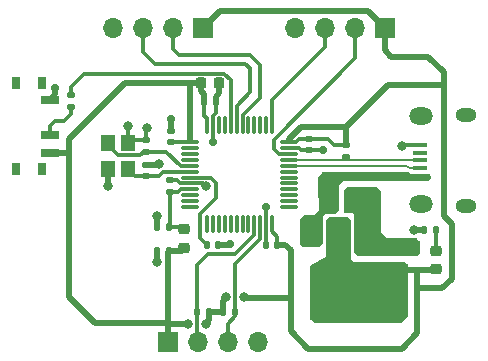
<source format=gbr>
%TF.GenerationSoftware,KiCad,Pcbnew,(6.0.9)*%
%TF.CreationDate,2022-12-17T23:29:56-06:00*%
%TF.ProjectId,STM32_Bluepill,53544d33-325f-4426-9c75-6570696c6c2e,A*%
%TF.SameCoordinates,Original*%
%TF.FileFunction,Copper,L1,Top*%
%TF.FilePolarity,Positive*%
%FSLAX46Y46*%
G04 Gerber Fmt 4.6, Leading zero omitted, Abs format (unit mm)*
G04 Created by KiCad (PCBNEW (6.0.9)) date 2022-12-17 23:29:56*
%MOMM*%
%LPD*%
G01*
G04 APERTURE LIST*
G04 Aperture macros list*
%AMRoundRect*
0 Rectangle with rounded corners*
0 $1 Rounding radius*
0 $2 $3 $4 $5 $6 $7 $8 $9 X,Y pos of 4 corners*
0 Add a 4 corners polygon primitive as box body*
4,1,4,$2,$3,$4,$5,$6,$7,$8,$9,$2,$3,0*
0 Add four circle primitives for the rounded corners*
1,1,$1+$1,$2,$3*
1,1,$1+$1,$4,$5*
1,1,$1+$1,$6,$7*
1,1,$1+$1,$8,$9*
0 Add four rect primitives between the rounded corners*
20,1,$1+$1,$2,$3,$4,$5,0*
20,1,$1+$1,$4,$5,$6,$7,0*
20,1,$1+$1,$6,$7,$8,$9,0*
20,1,$1+$1,$8,$9,$2,$3,0*%
G04 Aperture macros list end*
%TA.AperFunction,SMDPad,CuDef*%
%ADD10RoundRect,0.075000X-0.662500X-0.075000X0.662500X-0.075000X0.662500X0.075000X-0.662500X0.075000X0*%
%TD*%
%TA.AperFunction,SMDPad,CuDef*%
%ADD11RoundRect,0.075000X-0.075000X-0.662500X0.075000X-0.662500X0.075000X0.662500X-0.075000X0.662500X0*%
%TD*%
%TA.AperFunction,ComponentPad*%
%ADD12R,1.700000X1.700000*%
%TD*%
%TA.AperFunction,ComponentPad*%
%ADD13O,1.700000X1.700000*%
%TD*%
%TA.AperFunction,SMDPad,CuDef*%
%ADD14RoundRect,0.135000X0.135000X0.185000X-0.135000X0.185000X-0.135000X-0.185000X0.135000X-0.185000X0*%
%TD*%
%TA.AperFunction,SMDPad,CuDef*%
%ADD15R,1.300000X0.450000*%
%TD*%
%TA.AperFunction,ComponentPad*%
%ADD16O,2.000000X1.450000*%
%TD*%
%TA.AperFunction,ComponentPad*%
%ADD17O,1.800000X1.150000*%
%TD*%
%TA.AperFunction,SMDPad,CuDef*%
%ADD18RoundRect,0.140000X0.170000X-0.140000X0.170000X0.140000X-0.170000X0.140000X-0.170000X-0.140000X0*%
%TD*%
%TA.AperFunction,SMDPad,CuDef*%
%ADD19R,0.800000X1.000000*%
%TD*%
%TA.AperFunction,SMDPad,CuDef*%
%ADD20R,1.500000X0.700000*%
%TD*%
%TA.AperFunction,SMDPad,CuDef*%
%ADD21RoundRect,0.250000X0.475000X-0.250000X0.475000X0.250000X-0.475000X0.250000X-0.475000X-0.250000X0*%
%TD*%
%TA.AperFunction,SMDPad,CuDef*%
%ADD22RoundRect,0.140000X0.140000X0.170000X-0.140000X0.170000X-0.140000X-0.170000X0.140000X-0.170000X0*%
%TD*%
%TA.AperFunction,SMDPad,CuDef*%
%ADD23R,1.500000X2.000000*%
%TD*%
%TA.AperFunction,SMDPad,CuDef*%
%ADD24R,3.800000X2.000000*%
%TD*%
%TA.AperFunction,SMDPad,CuDef*%
%ADD25RoundRect,0.225000X-0.225000X-0.250000X0.225000X-0.250000X0.225000X0.250000X-0.225000X0.250000X0*%
%TD*%
%TA.AperFunction,SMDPad,CuDef*%
%ADD26RoundRect,0.140000X-0.170000X0.140000X-0.170000X-0.140000X0.170000X-0.140000X0.170000X0.140000X0*%
%TD*%
%TA.AperFunction,SMDPad,CuDef*%
%ADD27RoundRect,0.218750X-0.256250X0.218750X-0.256250X-0.218750X0.256250X-0.218750X0.256250X0.218750X0*%
%TD*%
%TA.AperFunction,SMDPad,CuDef*%
%ADD28R,1.200000X1.400000*%
%TD*%
%TA.AperFunction,SMDPad,CuDef*%
%ADD29RoundRect,0.140000X-0.140000X-0.170000X0.140000X-0.170000X0.140000X0.170000X-0.140000X0.170000X0*%
%TD*%
%TA.AperFunction,SMDPad,CuDef*%
%ADD30RoundRect,0.135000X0.185000X-0.135000X0.185000X0.135000X-0.185000X0.135000X-0.185000X-0.135000X0*%
%TD*%
%TA.AperFunction,SMDPad,CuDef*%
%ADD31RoundRect,0.135000X-0.185000X0.135000X-0.185000X-0.135000X0.185000X-0.135000X0.185000X0.135000X0*%
%TD*%
%TA.AperFunction,SMDPad,CuDef*%
%ADD32RoundRect,0.250000X-0.250000X-0.475000X0.250000X-0.475000X0.250000X0.475000X-0.250000X0.475000X0*%
%TD*%
%TA.AperFunction,SMDPad,CuDef*%
%ADD33RoundRect,0.135000X-0.135000X-0.185000X0.135000X-0.185000X0.135000X0.185000X-0.135000X0.185000X0*%
%TD*%
%TA.AperFunction,ViaPad*%
%ADD34C,0.800000*%
%TD*%
%TA.AperFunction,ViaPad*%
%ADD35C,0.700000*%
%TD*%
%TA.AperFunction,Conductor*%
%ADD36C,0.500000*%
%TD*%
%TA.AperFunction,Conductor*%
%ADD37C,0.300000*%
%TD*%
%TA.AperFunction,Conductor*%
%ADD38C,0.200000*%
%TD*%
G04 APERTURE END LIST*
D10*
%TO.P,U1,1,VBAT*%
%TO.N,+3.3V*%
X175137500Y-88850000D03*
%TO.P,U1,2,PC13*%
%TO.N,unconnected-(U1-Pad2)*%
X175137500Y-89350000D03*
%TO.P,U1,3,PC14*%
%TO.N,unconnected-(U1-Pad3)*%
X175137500Y-89850000D03*
%TO.P,U1,4,PC15*%
%TO.N,unconnected-(U1-Pad4)*%
X175137500Y-90350000D03*
%TO.P,U1,5,PD0*%
%TO.N,/HSE_IN*%
X175137500Y-90850000D03*
%TO.P,U1,6,PD1*%
%TO.N,/HSE_OUT*%
X175137500Y-91350000D03*
%TO.P,U1,7,NRST*%
%TO.N,/NRST*%
X175137500Y-91850000D03*
%TO.P,U1,8,VSSA*%
%TO.N,GND*%
X175137500Y-92350000D03*
%TO.P,U1,9,VDDA*%
%TO.N,+3.3VA*%
X175137500Y-92850000D03*
%TO.P,U1,10,PA0*%
%TO.N,unconnected-(U1-Pad10)*%
X175137500Y-93350000D03*
%TO.P,U1,11,PA1*%
%TO.N,unconnected-(U1-Pad11)*%
X175137500Y-93850000D03*
%TO.P,U1,12,PA2*%
%TO.N,unconnected-(U1-Pad12)*%
X175137500Y-94350000D03*
D11*
%TO.P,U1,13,PA3*%
%TO.N,unconnected-(U1-Pad13)*%
X176550000Y-95762500D03*
%TO.P,U1,14,PA4*%
%TO.N,unconnected-(U1-Pad14)*%
X177050000Y-95762500D03*
%TO.P,U1,15,PA5*%
%TO.N,unconnected-(U1-Pad15)*%
X177550000Y-95762500D03*
%TO.P,U1,16,PA6*%
%TO.N,unconnected-(U1-Pad16)*%
X178050000Y-95762500D03*
%TO.P,U1,17,PA7*%
%TO.N,unconnected-(U1-Pad17)*%
X178550000Y-95762500D03*
%TO.P,U1,18,PB0*%
%TO.N,unconnected-(U1-Pad18)*%
X179050000Y-95762500D03*
%TO.P,U1,19,PB1*%
%TO.N,unconnected-(U1-Pad19)*%
X179550000Y-95762500D03*
%TO.P,U1,20,PB2*%
%TO.N,unconnected-(U1-Pad20)*%
X180050000Y-95762500D03*
%TO.P,U1,21,PB10*%
%TO.N,/I2C2_SCL*%
X180550000Y-95762500D03*
%TO.P,U1,22,PB11*%
%TO.N,/I2C2_SDA*%
X181050000Y-95762500D03*
%TO.P,U1,23,VSS*%
%TO.N,GND*%
X181550000Y-95762500D03*
%TO.P,U1,24,VDD*%
%TO.N,+3.3V*%
X182050000Y-95762500D03*
D10*
%TO.P,U1,25,PB12*%
%TO.N,unconnected-(U1-Pad25)*%
X183462500Y-94350000D03*
%TO.P,U1,26,PB13*%
%TO.N,unconnected-(U1-Pad26)*%
X183462500Y-93850000D03*
%TO.P,U1,27,PB14*%
%TO.N,unconnected-(U1-Pad27)*%
X183462500Y-93350000D03*
%TO.P,U1,28,PB15*%
%TO.N,unconnected-(U1-Pad28)*%
X183462500Y-92850000D03*
%TO.P,U1,29,PA8*%
%TO.N,unconnected-(U1-Pad29)*%
X183462500Y-92350000D03*
%TO.P,U1,30,PA9*%
%TO.N,unconnected-(U1-Pad30)*%
X183462500Y-91850000D03*
%TO.P,U1,31,PA10*%
%TO.N,unconnected-(U1-Pad31)*%
X183462500Y-91350000D03*
%TO.P,U1,32,PA11*%
%TO.N,/USB_D-*%
X183462500Y-90850000D03*
%TO.P,U1,33,PA12*%
%TO.N,/USB_D+*%
X183462500Y-90350000D03*
%TO.P,U1,34,PA13*%
%TO.N,/SWDIO*%
X183462500Y-89850000D03*
%TO.P,U1,35,VSS*%
%TO.N,GND*%
X183462500Y-89350000D03*
%TO.P,U1,36,VDD*%
%TO.N,+3.3V*%
X183462500Y-88850000D03*
D11*
%TO.P,U1,37,PA14*%
%TO.N,/SWCLK*%
X182050000Y-87437500D03*
%TO.P,U1,38,PA15*%
%TO.N,unconnected-(U1-Pad38)*%
X181550000Y-87437500D03*
%TO.P,U1,39,PB3*%
%TO.N,unconnected-(U1-Pad39)*%
X181050000Y-87437500D03*
%TO.P,U1,40,PB4*%
%TO.N,unconnected-(U1-Pad40)*%
X180550000Y-87437500D03*
%TO.P,U1,41,PB5*%
%TO.N,unconnected-(U1-Pad41)*%
X180050000Y-87437500D03*
%TO.P,U1,42,PB6*%
%TO.N,/USART1_TX*%
X179550000Y-87437500D03*
%TO.P,U1,43,PB7*%
%TO.N,/USART1_RX*%
X179050000Y-87437500D03*
%TO.P,U1,44,BOOT0*%
%TO.N,/BOOT0*%
X178550000Y-87437500D03*
%TO.P,U1,45,PB8*%
%TO.N,unconnected-(U1-Pad45)*%
X178050000Y-87437500D03*
%TO.P,U1,46,PB9*%
%TO.N,unconnected-(U1-Pad46)*%
X177550000Y-87437500D03*
%TO.P,U1,47,VSS*%
%TO.N,GND*%
X177050000Y-87437500D03*
%TO.P,U1,48,VDD*%
%TO.N,+3.3V*%
X176550000Y-87437500D03*
%TD*%
D12*
%TO.P,J2,1,Pin_1*%
%TO.N,+3.3V*%
X176200000Y-79200000D03*
D13*
%TO.P,J2,2,Pin_2*%
%TO.N,/USART1_TX*%
X173660000Y-79200000D03*
%TO.P,J2,3,Pin_3*%
%TO.N,/USART1_RX*%
X171120000Y-79200000D03*
%TO.P,J2,4,Pin_4*%
%TO.N,GND*%
X168580000Y-79200000D03*
%TD*%
D14*
%TO.P,R5,1*%
%TO.N,/PWR_LED_K*%
X195963000Y-96266000D03*
%TO.P,R5,2*%
%TO.N,GND*%
X194943000Y-96266000D03*
%TD*%
D15*
%TO.P,J1,1,VBUS*%
%TO.N,VBUS*%
X194600000Y-91700000D03*
%TO.P,J1,2,D-*%
%TO.N,/USB_D-*%
X194600000Y-91050000D03*
%TO.P,J1,3,D+*%
%TO.N,/USB_D+*%
X194600000Y-90400000D03*
%TO.P,J1,4,ID*%
%TO.N,unconnected-(J1-Pad4)*%
X194600000Y-89750000D03*
%TO.P,J1,5,GND*%
%TO.N,GND*%
X194600000Y-89100000D03*
D16*
%TO.P,J1,6,Shield*%
%TO.N,unconnected-(J1-Pad6)*%
X194650000Y-94125000D03*
D17*
X198450000Y-86525000D03*
D16*
X194650000Y-86675000D03*
D17*
X198450000Y-94275000D03*
%TD*%
D18*
%TO.P,C2,1*%
%TO.N,+3.3V*%
X173483000Y-88854000D03*
%TO.P,C2,2*%
%TO.N,GND*%
X173483000Y-87894000D03*
%TD*%
D19*
%TO.P,SW_1,*%
%TO.N,*%
X160400000Y-83850000D03*
X162610000Y-83850000D03*
X160400000Y-91150000D03*
X162610000Y-91150000D03*
D20*
%TO.P,SW_1,1,A*%
%TO.N,GND*%
X163260000Y-85250000D03*
%TO.P,SW_1,2,B*%
%TO.N,/SW_BOOT0*%
X163260000Y-88250000D03*
%TO.P,SW_1,3,C*%
%TO.N,+3.3V*%
X163260000Y-89750000D03*
%TD*%
D21*
%TO.P,C13,1*%
%TO.N,+3.3V*%
X192600000Y-99700000D03*
%TO.P,C13,2*%
%TO.N,GND*%
X192600000Y-97800000D03*
%TD*%
D22*
%TO.P,C7,1*%
%TO.N,+3.3VA*%
X173303000Y-96045000D03*
%TO.P,C7,2*%
%TO.N,GND*%
X172343000Y-96045000D03*
%TD*%
%TO.P,C8,1*%
%TO.N,+3.3V*%
X173303000Y-98024000D03*
%TO.P,C8,2*%
%TO.N,GND*%
X172343000Y-98024000D03*
%TD*%
D12*
%TO.P,J4,1,Pin_1*%
%TO.N,+3.3V*%
X173200000Y-105800000D03*
D13*
%TO.P,J4,2,Pin_2*%
%TO.N,/I2C2_SCL*%
X175740000Y-105800000D03*
%TO.P,J4,3,Pin_3*%
%TO.N,/I2C2_SDA*%
X178280000Y-105800000D03*
%TO.P,J4,4,Pin_4*%
%TO.N,GND*%
X180820000Y-105800000D03*
%TD*%
D18*
%TO.P,C10,1*%
%TO.N,/HSE_IN*%
X171400000Y-89669000D03*
%TO.P,C10,2*%
%TO.N,GND*%
X171400000Y-88709000D03*
%TD*%
D23*
%TO.P,U2,1,GND*%
%TO.N,GND*%
X190000000Y-96450000D03*
%TO.P,U2,2,VO*%
%TO.N,+3.3V*%
X187700000Y-96450000D03*
D24*
X187700000Y-102750000D03*
D23*
%TO.P,U2,3,VI*%
%TO.N,VBUS*%
X185400000Y-96450000D03*
%TD*%
D25*
%TO.P,C1,1*%
%TO.N,+3.3V*%
X176008000Y-83874000D03*
%TO.P,C1,2*%
%TO.N,GND*%
X177558000Y-83874000D03*
%TD*%
D26*
%TO.P,C4,1*%
%TO.N,+3.3V*%
X185183000Y-88594000D03*
%TO.P,C4,2*%
%TO.N,GND*%
X185183000Y-89554000D03*
%TD*%
D27*
%TO.P,FB1,1*%
%TO.N,+3.3VA*%
X174621000Y-96236500D03*
%TO.P,FB1,2*%
%TO.N,+3.3V*%
X174621000Y-97811500D03*
%TD*%
D14*
%TO.P,R3,1*%
%TO.N,+3.3V*%
X176710000Y-103260000D03*
%TO.P,R3,2*%
%TO.N,/I2C2_SCL*%
X175690000Y-103260000D03*
%TD*%
D28*
%TO.P,Y1,1,1*%
%TO.N,/HSE_IN*%
X168176000Y-88900000D03*
%TO.P,Y1,2,2*%
%TO.N,GND*%
X168176000Y-91100000D03*
%TO.P,Y1,3,3*%
%TO.N,/HSE_OUT*%
X169876000Y-91100000D03*
%TO.P,Y1,4,4*%
%TO.N,GND*%
X169876000Y-88900000D03*
%TD*%
D12*
%TO.P,J3,1,Pin_1*%
%TO.N,+3.3V*%
X191600000Y-79200000D03*
D13*
%TO.P,J3,2,Pin_2*%
%TO.N,/SWDIO*%
X189060000Y-79200000D03*
%TO.P,J3,3,Pin_3*%
%TO.N,/SWCLK*%
X186520000Y-79200000D03*
%TO.P,J3,4,Pin_4*%
%TO.N,GND*%
X183980000Y-79200000D03*
%TD*%
D29*
%TO.P,C5,1*%
%TO.N,+3.3V*%
X176303000Y-85474000D03*
%TO.P,C5,2*%
%TO.N,GND*%
X177263000Y-85474000D03*
%TD*%
D18*
%TO.P,C6,1*%
%TO.N,+3.3VA*%
X173383000Y-93054000D03*
%TO.P,C6,2*%
%TO.N,GND*%
X173383000Y-92094000D03*
%TD*%
D29*
%TO.P,C9,1*%
%TO.N,/NRST*%
X176553000Y-97524000D03*
%TO.P,C9,2*%
%TO.N,GND*%
X177513000Y-97524000D03*
%TD*%
D30*
%TO.P,R1,1*%
%TO.N,/SW_BOOT0*%
X165049200Y-85854000D03*
%TO.P,R1,2*%
%TO.N,/BOOT0*%
X165049200Y-84834000D03*
%TD*%
D18*
%TO.P,C11,1*%
%TO.N,/HSE_OUT*%
X171400000Y-91707000D03*
%TO.P,C11,2*%
%TO.N,GND*%
X171400000Y-90747000D03*
%TD*%
D31*
%TO.P,R2,1*%
%TO.N,+3.3V*%
X188300000Y-89080000D03*
%TO.P,R2,2*%
%TO.N,/USB_D+*%
X188300000Y-90100000D03*
%TD*%
D32*
%TO.P,C12,1*%
%TO.N,VBUS*%
X186950000Y-93900000D03*
%TO.P,C12,2*%
%TO.N,GND*%
X188850000Y-93900000D03*
%TD*%
D27*
%TO.P,D1,1,K*%
%TO.N,/PWR_LED_K*%
X195900000Y-98025000D03*
%TO.P,D1,2,A*%
%TO.N,+3.3V*%
X195900000Y-99600000D03*
%TD*%
D22*
%TO.P,C3,1*%
%TO.N,+3.3V*%
X182500000Y-97524000D03*
%TO.P,C3,2*%
%TO.N,GND*%
X181540000Y-97524000D03*
%TD*%
D33*
%TO.P,R4,1*%
%TO.N,+3.3V*%
X177890000Y-103260000D03*
%TO.P,R4,2*%
%TO.N,/I2C2_SDA*%
X178910000Y-103260000D03*
%TD*%
D34*
%TO.N,GND*%
X194056000Y-96266000D03*
%TO.N,+3.3V*%
X179679600Y-101981000D03*
X178160500Y-101955600D03*
X176439500Y-104216200D03*
X174940500Y-104216200D03*
%TO.N,GND*%
X172339000Y-95072200D03*
D35*
X181540000Y-94340000D03*
D34*
X190500000Y-98044000D03*
X171450000Y-87630000D03*
X193040000Y-89154000D03*
D35*
X177060000Y-88860000D03*
D34*
X176451268Y-92599500D03*
X172350500Y-99009200D03*
X194056000Y-97764600D03*
X190246000Y-94488000D03*
D35*
X163710000Y-84260000D03*
D34*
X168198800Y-92557600D03*
X190246000Y-93472000D03*
X169875200Y-87477600D03*
X189484000Y-98044000D03*
X172466000Y-90678000D03*
D35*
X173480000Y-86910000D03*
X178470000Y-97440000D03*
X186350000Y-89540000D03*
%TD*%
D36*
%TO.N,+3.3V*%
X196600001Y-84044599D02*
X196600001Y-95144399D01*
X197268432Y-95795432D02*
X197268432Y-97163146D01*
X196600001Y-95144399D02*
X196617399Y-95144399D01*
X196474000Y-101214000D02*
X194340400Y-101214000D01*
X196617399Y-95144399D02*
X197268432Y-95795432D01*
X197268432Y-97163146D02*
X197281800Y-97176514D01*
X197281800Y-97176514D02*
X197281800Y-100406200D01*
X197281800Y-100406200D02*
X196474000Y-101214000D01*
%TO.N,GND*%
X194943000Y-96266000D02*
X194056000Y-96266000D01*
D37*
%TO.N,/PWR_LED_K*%
X195900000Y-98025000D02*
X195900000Y-96329000D01*
X195900000Y-96329000D02*
X195963000Y-96266000D01*
%TO.N,+3.3V*%
X182500000Y-96851200D02*
X182500000Y-97524000D01*
X183462500Y-88850000D02*
X184107000Y-88850000D01*
D36*
X190174800Y-77774800D02*
X191600000Y-79200000D01*
X175079000Y-83874000D02*
X175079000Y-88750000D01*
X176303000Y-84794000D02*
X176303000Y-85474000D01*
X164834200Y-89750000D02*
X164834200Y-88607000D01*
X183616600Y-102006400D02*
X183616600Y-97993200D01*
X193065400Y-106324400D02*
X185064400Y-106324400D01*
X192151000Y-81610200D02*
X195275200Y-81610200D01*
X176008000Y-83874000D02*
X176008000Y-84499000D01*
D37*
X173487000Y-88850000D02*
X173483000Y-88854000D01*
D36*
X173228000Y-104216200D02*
X173200000Y-104188200D01*
X177876200Y-103246200D02*
X177890000Y-103260000D01*
X182512000Y-97536000D02*
X182500000Y-97524000D01*
X192600000Y-99700000D02*
X194340400Y-99700000D01*
X194340400Y-99700000D02*
X194340400Y-101214000D01*
X191850201Y-84044599D02*
X188300000Y-87594800D01*
D37*
X176550000Y-86841000D02*
X176303000Y-86594000D01*
D36*
X175079000Y-88750000D02*
X175137500Y-88750000D01*
X176710000Y-103260000D02*
X177890000Y-103260000D01*
X183462500Y-88622300D02*
X183462500Y-88750000D01*
X173200000Y-104188200D02*
X173200000Y-98127000D01*
X164846000Y-89761800D02*
X164834200Y-89750000D01*
X164846000Y-101981000D02*
X167053200Y-104188200D01*
X177625200Y-77774800D02*
X190174800Y-77774800D01*
X167053200Y-104188200D02*
X173200000Y-104188200D01*
X174940500Y-104216200D02*
X173228000Y-104216200D01*
X176710000Y-103260000D02*
X176710000Y-103909200D01*
X196600001Y-82935001D02*
X196600001Y-84044599D01*
D37*
X182500000Y-97524000D02*
X182513400Y-97510600D01*
D36*
X179705000Y-102006400D02*
X179679600Y-101981000D01*
D37*
X182050000Y-95762500D02*
X182050000Y-96401200D01*
D36*
X188300000Y-87594800D02*
X188300000Y-89080000D01*
D37*
X175137500Y-88850000D02*
X173487000Y-88850000D01*
D36*
X176710000Y-103909200D02*
X176707800Y-103911400D01*
D37*
X176303000Y-86594000D02*
X176303000Y-85474000D01*
D36*
X173200000Y-98127000D02*
X173303000Y-98024000D01*
X178160500Y-101976100D02*
X177876200Y-102260400D01*
D37*
X176550000Y-87437500D02*
X176550000Y-86841000D01*
D36*
X185064400Y-106324400D02*
X183616600Y-104876600D01*
D37*
X182050000Y-96401200D02*
X182500000Y-96851200D01*
D36*
X194340400Y-99700000D02*
X195800000Y-99700000D01*
X183616600Y-102006400D02*
X179705000Y-102006400D01*
X178160500Y-101955600D02*
X178160500Y-101976100D01*
X175079000Y-83874000D02*
X176008000Y-83874000D01*
X191600000Y-81059200D02*
X192151000Y-81610200D01*
X188300000Y-87594800D02*
X184490000Y-87594800D01*
X173200000Y-105800000D02*
X173200000Y-104188200D01*
X182803800Y-97536000D02*
X182512000Y-97536000D01*
D37*
X185183000Y-88594000D02*
X186790400Y-88594000D01*
D36*
X194340400Y-101214000D02*
X194340400Y-105049400D01*
X183147400Y-97524000D02*
X182815800Y-97524000D01*
X176008000Y-84499000D02*
X176303000Y-84794000D01*
D37*
X184107000Y-88850000D02*
X184363000Y-88594000D01*
D36*
X182815800Y-97524000D02*
X182803800Y-97536000D01*
X195800000Y-99700000D02*
X195900000Y-99600000D01*
X177876200Y-102260400D02*
X177876200Y-103246200D01*
X173303000Y-98024000D02*
X174408500Y-98024000D01*
X164834200Y-88607000D02*
X169567200Y-83874000D01*
X194340400Y-105049400D02*
X193065400Y-106324400D01*
X196600001Y-84044599D02*
X191850201Y-84044599D01*
X174408500Y-98024000D02*
X174621000Y-97811500D01*
D37*
X184363000Y-88594000D02*
X185183000Y-88594000D01*
D36*
X164846000Y-101981000D02*
X164846000Y-89761800D01*
X195275200Y-81610200D02*
X196600001Y-82935001D01*
X163260000Y-89750000D02*
X164834200Y-89750000D01*
X169567200Y-83874000D02*
X175079000Y-83874000D01*
X176707800Y-103911400D02*
X176439500Y-104179700D01*
X176439500Y-104179700D02*
X176439500Y-104216200D01*
X176200000Y-79200000D02*
X177625200Y-77774800D01*
X183616600Y-97993200D02*
X183147400Y-97524000D01*
D37*
X187276400Y-89080000D02*
X188300000Y-89080000D01*
D36*
X183616600Y-104876600D02*
X183616600Y-102006400D01*
D37*
X186790400Y-88594000D02*
X187276400Y-89080000D01*
D36*
X184490000Y-87594800D02*
X183462500Y-88622300D01*
X191600000Y-79200000D02*
X191600000Y-81059200D01*
%TO.N,GND*%
X177558000Y-84699000D02*
X177263000Y-84994000D01*
X172343000Y-95076200D02*
X172339000Y-95072200D01*
X173483000Y-87894000D02*
X173483000Y-86913000D01*
D37*
X185183000Y-89554000D02*
X186336000Y-89554000D01*
X184505041Y-89554000D02*
X185183000Y-89554000D01*
D36*
X163710000Y-84800000D02*
X163710000Y-84260000D01*
X171400000Y-90747000D02*
X172397000Y-90747000D01*
X178386000Y-97524000D02*
X178470000Y-97440000D01*
X168176000Y-92534800D02*
X168198800Y-92557600D01*
D37*
X174290400Y-92350000D02*
X174034400Y-92094000D01*
D36*
X172397000Y-90747000D02*
X172466000Y-90678000D01*
D37*
X169876000Y-88900000D02*
X169876000Y-87478400D01*
X176451268Y-92599500D02*
X176201768Y-92350000D01*
X181550000Y-94350000D02*
X181540000Y-94340000D01*
X181550000Y-97514000D02*
X181540000Y-97524000D01*
X175137500Y-92350000D02*
X176201768Y-92350000D01*
X177050000Y-88850000D02*
X177060000Y-88860000D01*
D36*
X172343000Y-96045000D02*
X172343000Y-95076200D01*
X172343000Y-98024000D02*
X172343000Y-99001700D01*
D37*
X177050000Y-86598959D02*
X177263000Y-86385959D01*
D36*
X177558000Y-83874000D02*
X177558000Y-84699000D01*
D37*
X171400000Y-88709000D02*
X171400000Y-87680000D01*
X174034400Y-92094000D02*
X173383000Y-92094000D01*
D36*
X168176000Y-91100000D02*
X168176000Y-92534800D01*
X172343000Y-99001700D02*
X172350500Y-99009200D01*
X163260000Y-85250000D02*
X163710000Y-84800000D01*
D37*
X194600000Y-89100000D02*
X193094000Y-89100000D01*
X171400000Y-87680000D02*
X171450000Y-87630000D01*
X177263000Y-86385959D02*
X177263000Y-85474000D01*
X193094000Y-89100000D02*
X193040000Y-89154000D01*
X177050000Y-87437500D02*
X177050000Y-86598959D01*
X183462500Y-89350000D02*
X184301041Y-89350000D01*
X181550000Y-95762500D02*
X181550000Y-97514000D01*
X186336000Y-89554000D02*
X186350000Y-89540000D01*
X177050000Y-87437500D02*
X177050000Y-88850000D01*
X169876000Y-87478400D02*
X169875200Y-87477600D01*
D36*
X177513000Y-97524000D02*
X178386000Y-97524000D01*
D37*
X170067000Y-88709000D02*
X169876000Y-88900000D01*
X175137500Y-92350000D02*
X174290400Y-92350000D01*
D36*
X173483000Y-86913000D02*
X173480000Y-86910000D01*
D37*
X184301041Y-89350000D02*
X184505041Y-89554000D01*
D36*
X177263000Y-84994000D02*
X177263000Y-85474000D01*
D37*
X171400000Y-88709000D02*
X170067000Y-88709000D01*
X181550000Y-95762500D02*
X181550000Y-94350000D01*
%TO.N,+3.3VA*%
X174094959Y-93054000D02*
X173383000Y-93054000D01*
X174094959Y-93054000D02*
X174298959Y-92850000D01*
X173303000Y-96045000D02*
X174429500Y-96045000D01*
X174298959Y-92850000D02*
X175137500Y-92850000D01*
X173383000Y-95965000D02*
X173303000Y-96045000D01*
X174429500Y-96045000D02*
X174621000Y-96236500D01*
X173383000Y-93054000D02*
X173383000Y-95965000D01*
%TO.N,/NRST*%
X176869950Y-91850000D02*
X177290000Y-92270050D01*
X175980000Y-94920000D02*
X175980000Y-96951000D01*
X177290000Y-93610000D02*
X175980000Y-94920000D01*
X175980000Y-96951000D02*
X176553000Y-97524000D01*
X175137500Y-91850000D02*
X176869950Y-91850000D01*
X177290000Y-92270050D02*
X177290000Y-93610000D01*
%TO.N,/HSE_IN*%
X175137500Y-90850000D02*
X174298959Y-90850000D01*
X170908000Y-89950000D02*
X169023000Y-89950000D01*
X174298959Y-90850000D02*
X173110959Y-89662000D01*
X171400000Y-89669000D02*
X171189000Y-89669000D01*
X171407000Y-89662000D02*
X171400000Y-89669000D01*
X168176000Y-89103000D02*
X168176000Y-88900000D01*
X173110959Y-89662000D02*
X171407000Y-89662000D01*
X171189000Y-89669000D02*
X170908000Y-89950000D01*
X169023000Y-89950000D02*
X168176000Y-89103000D01*
%TO.N,/HSE_OUT*%
X172810000Y-91350000D02*
X172453000Y-91707000D01*
X172453000Y-91707000D02*
X171400000Y-91707000D01*
X171400000Y-91707000D02*
X171387000Y-91694000D01*
X175137500Y-91350000D02*
X172810000Y-91350000D01*
X170470000Y-91694000D02*
X169876000Y-91100000D01*
X171387000Y-91694000D02*
X170470000Y-91694000D01*
%TO.N,/PWR_LED_K*%
X195900000Y-96299600D02*
X195933600Y-96266000D01*
D38*
%TO.N,/USB_D-*%
X183462500Y-90850000D02*
X193400000Y-90850001D01*
X193400000Y-90850001D02*
X193700000Y-91000000D01*
X193700000Y-91000000D02*
X194600000Y-91050000D01*
%TO.N,/USB_D+*%
X183512499Y-90399999D02*
X194600000Y-90400000D01*
X183462500Y-90350000D02*
X183512499Y-90399999D01*
D37*
%TO.N,/USART1_TX*%
X173660000Y-80960000D02*
X173660000Y-79200000D01*
X180200000Y-81500000D02*
X174200000Y-81500000D01*
X181000000Y-85100000D02*
X181000000Y-82300000D01*
X174200000Y-81500000D02*
X173660000Y-80960000D01*
X179550000Y-86550000D02*
X181000000Y-85100000D01*
X181000000Y-82300000D02*
X180200000Y-81500000D01*
X179550000Y-87437500D02*
X179550000Y-86550000D01*
%TO.N,/USART1_RX*%
X171120000Y-81220000D02*
X171120000Y-79200000D01*
X180200000Y-82600000D02*
X179800000Y-82200000D01*
X179800000Y-82200000D02*
X172100000Y-82200000D01*
X172100000Y-82200000D02*
X171120000Y-81220000D01*
X179050000Y-85750000D02*
X180200000Y-84600000D01*
X179050000Y-87437500D02*
X179050000Y-85750000D01*
X180200000Y-84600000D02*
X180200000Y-82600000D01*
%TO.N,/SWDIO*%
X182200000Y-89426041D02*
X182200000Y-88626041D01*
X182200000Y-88626041D02*
X189060000Y-81766041D01*
X189060000Y-81766041D02*
X189060000Y-79200000D01*
X182623959Y-89850000D02*
X182200000Y-89426041D01*
X183462500Y-89850000D02*
X182623959Y-89850000D01*
%TO.N,/SWCLK*%
X186520000Y-80780000D02*
X186520000Y-79200000D01*
X182050000Y-85250000D02*
X186520000Y-80780000D01*
X182050000Y-87437500D02*
X182050000Y-85250000D01*
%TO.N,/I2C2_SCL*%
X180550000Y-96700000D02*
X178950000Y-98300000D01*
X176604200Y-98300000D02*
X178950000Y-98300000D01*
X175691800Y-99212400D02*
X176604200Y-98300000D01*
X175690000Y-101310000D02*
X175690000Y-103260000D01*
X180550000Y-95762500D02*
X180550000Y-96700000D01*
X175690000Y-103260000D02*
X175690000Y-105750000D01*
X175690000Y-101310000D02*
X175691800Y-101308200D01*
X175690000Y-105750000D02*
X175740000Y-105800000D01*
X175691800Y-101308200D02*
X175691800Y-99212400D01*
%TO.N,/I2C2_SDA*%
X178910000Y-103590000D02*
X178280000Y-104220000D01*
X178910000Y-103260000D02*
X178910000Y-99151035D01*
X178280000Y-104220000D02*
X178280000Y-105800000D01*
X178910000Y-103260000D02*
X178910000Y-103590000D01*
X178910000Y-99151035D02*
X181050000Y-97011035D01*
X181050000Y-97011035D02*
X181050000Y-95762500D01*
%TO.N,/SW_BOOT0*%
X163260000Y-88250000D02*
X163260000Y-87514200D01*
X163677600Y-87096600D02*
X164439600Y-87096600D01*
X163260000Y-87514200D02*
X163677600Y-87096600D01*
X164439600Y-87096600D02*
X165049200Y-86487000D01*
X165049200Y-86487000D02*
X165049200Y-85854000D01*
%TO.N,/BOOT0*%
X178550000Y-83577827D02*
X178550000Y-87437500D01*
X178021173Y-83049000D02*
X178550000Y-83577827D01*
X166150400Y-83049000D02*
X178021173Y-83049000D01*
X165049200Y-84150200D02*
X166150400Y-83049000D01*
X165049200Y-84834000D02*
X165049200Y-84150200D01*
%TD*%
%TA.AperFunction,Conductor*%
%TO.N,GND*%
G36*
X190927568Y-92678885D02*
G01*
X190941227Y-92689052D01*
X191218698Y-92926884D01*
X191256788Y-92985458D01*
X191262000Y-93021032D01*
X191262000Y-96469200D01*
X191770000Y-96977200D01*
X194258638Y-96977200D01*
X194325677Y-96996885D01*
X194346319Y-97013519D01*
X194527681Y-97194881D01*
X194561166Y-97256204D01*
X194564000Y-97282562D01*
X194564000Y-98195838D01*
X194544315Y-98262877D01*
X194527681Y-98283519D01*
X194346839Y-98464361D01*
X194285516Y-98497846D01*
X194257908Y-98500674D01*
X192064878Y-98478522D01*
X189323593Y-98450832D01*
X189256755Y-98430471D01*
X189247383Y-98423666D01*
X189073338Y-98284430D01*
X189033286Y-98227179D01*
X189026800Y-98187602D01*
X189026800Y-94970600D01*
X188925200Y-94869000D01*
X188327793Y-94869000D01*
X188258935Y-94848124D01*
X188155142Y-94778819D01*
X188110320Y-94725221D01*
X188100000Y-94675695D01*
X188100000Y-93009358D01*
X188119685Y-92942319D01*
X188147250Y-92911965D01*
X188434237Y-92685807D01*
X188499076Y-92659773D01*
X188510987Y-92659200D01*
X190860529Y-92659200D01*
X190927568Y-92678885D01*
G37*
%TD.AperFunction*%
%TD*%
%TA.AperFunction,Conductor*%
%TO.N,VBUS*%
G36*
X193620693Y-91394982D02*
G01*
X193635489Y-91399665D01*
X193693461Y-91438663D01*
X193694393Y-91439896D01*
X193698061Y-91448153D01*
X193777287Y-91527241D01*
X193787758Y-91531870D01*
X193787759Y-91531871D01*
X193871147Y-91568737D01*
X193871149Y-91568738D01*
X193879673Y-91572506D01*
X193905354Y-91575500D01*
X195294646Y-91575500D01*
X195298300Y-91575065D01*
X195298302Y-91575065D01*
X195311603Y-91573482D01*
X195320846Y-91572382D01*
X195324404Y-91570802D01*
X195391394Y-91571965D01*
X195449508Y-91610754D01*
X195477426Y-91674804D01*
X195478400Y-91690318D01*
X195478400Y-91896638D01*
X195458715Y-91963677D01*
X195442081Y-91984319D01*
X195362319Y-92064081D01*
X195300996Y-92097566D01*
X195274638Y-92100400D01*
X188061600Y-92100400D01*
X187731400Y-92456000D01*
X187731400Y-94582322D01*
X187711715Y-94649361D01*
X187686787Y-94677578D01*
X187461087Y-94865661D01*
X187396986Y-94893455D01*
X187381706Y-94894400D01*
X186613800Y-94894400D01*
X186334400Y-95123000D01*
X186334400Y-97405252D01*
X186314715Y-97472291D01*
X186294190Y-97496659D01*
X186065156Y-97706607D01*
X186002436Y-97737397D01*
X185981366Y-97739200D01*
X184760162Y-97739200D01*
X184693123Y-97719515D01*
X184672481Y-97702881D01*
X184440319Y-97470719D01*
X184406834Y-97409396D01*
X184404000Y-97383038D01*
X184404000Y-95412247D01*
X184423685Y-95345208D01*
X184451871Y-95314367D01*
X184827617Y-95022120D01*
X184892620Y-94996500D01*
X184903746Y-94996000D01*
X185623200Y-94996000D01*
X185982262Y-94691121D01*
X185978800Y-92506800D01*
X185978800Y-91790671D01*
X185998485Y-91723632D01*
X186008652Y-91709973D01*
X186246484Y-91432502D01*
X186305058Y-91394412D01*
X186340632Y-91389200D01*
X193583272Y-91389200D01*
X193620693Y-91394982D01*
G37*
%TD.AperFunction*%
%TD*%
%TA.AperFunction,Conductor*%
%TO.N,+3.3V*%
G36*
X188491542Y-95218885D02*
G01*
X188501965Y-95226372D01*
X188675462Y-95365170D01*
X188715514Y-95422421D01*
X188722000Y-95461998D01*
X188722000Y-98755200D01*
X188976000Y-98958400D01*
X193250503Y-98958400D01*
X193317542Y-98978085D01*
X193327965Y-98985572D01*
X193501462Y-99124370D01*
X193541514Y-99181621D01*
X193548000Y-99221198D01*
X193548000Y-103533261D01*
X193528315Y-103600300D01*
X193515753Y-103616672D01*
X193076899Y-104099411D01*
X193017238Y-104135775D01*
X192985146Y-104140000D01*
X185669071Y-104140000D01*
X185602032Y-104120315D01*
X185588373Y-104110148D01*
X185310902Y-103872316D01*
X185272812Y-103813742D01*
X185267600Y-103778168D01*
X185267600Y-99386963D01*
X185287285Y-99319924D01*
X185331380Y-99278568D01*
X186623614Y-98560660D01*
X186623616Y-98560658D01*
X186639200Y-98552000D01*
X186639200Y-95511278D01*
X186658885Y-95444239D01*
X186683813Y-95416022D01*
X186909513Y-95227939D01*
X186973614Y-95200145D01*
X186988894Y-95199200D01*
X188424503Y-95199200D01*
X188491542Y-95218885D01*
G37*
%TD.AperFunction*%
%TD*%
M02*

</source>
